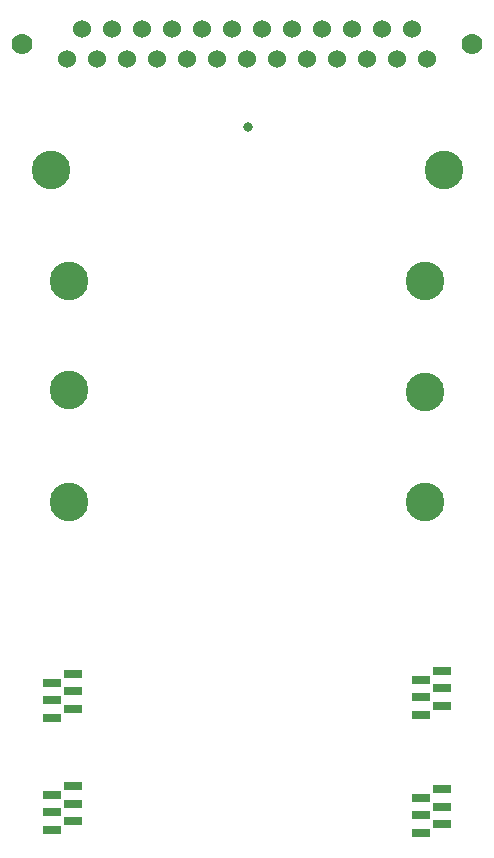
<source format=gbr>
%TF.GenerationSoftware,KiCad,Pcbnew,(6.0.11-0)*%
%TF.CreationDate,2024-08-02T08:23:09-07:00*%
%TF.ProjectId,TcBox_6x4,5463426f-785f-4367-9834-2e6b69636164,v1.0*%
%TF.SameCoordinates,Original*%
%TF.FileFunction,Soldermask,Top*%
%TF.FilePolarity,Negative*%
%FSLAX46Y46*%
G04 Gerber Fmt 4.6, Leading zero omitted, Abs format (unit mm)*
G04 Created by KiCad (PCBNEW (6.0.11-0)) date 2024-08-02 08:23:09*
%MOMM*%
%LPD*%
G01*
G04 APERTURE LIST*
%ADD10R,1.500000X0.750000*%
%ADD11C,3.263900*%
%ADD12C,0.800000*%
%ADD13C,1.778000*%
%ADD14C,1.524000*%
G04 APERTURE END LIST*
D10*
%TO.C,J3*%
X135875000Y-116000000D03*
X135875000Y-117500000D03*
X135875000Y-119000000D03*
X134125000Y-116750000D03*
X134125000Y-118250000D03*
X134125000Y-119750000D03*
%TD*%
D11*
%TO.C,H3*%
X135543540Y-82520760D03*
%TD*%
D10*
%TO.C,J5*%
X165375000Y-110000000D03*
X165375000Y-108500000D03*
X165375000Y-107000000D03*
X167125000Y-109250000D03*
X167125000Y-107750000D03*
X167125000Y-106250000D03*
%TD*%
D11*
%TO.C,H6*%
X165695860Y-73268520D03*
%TD*%
D10*
%TO.C,J2*%
X135875000Y-106500000D03*
X135875000Y-108000000D03*
X135875000Y-109500000D03*
X134125000Y-107250000D03*
X134125000Y-108750000D03*
X134125000Y-110250000D03*
%TD*%
D11*
%TO.C,H5*%
X167304180Y-63856180D03*
%TD*%
D10*
%TO.C,J4*%
X165375000Y-120000000D03*
X165375000Y-118500000D03*
X165375000Y-117000000D03*
X167125000Y-119250000D03*
X167125000Y-117750000D03*
X167125000Y-116250000D03*
%TD*%
D11*
%TO.C,H7*%
X165695860Y-82643900D03*
%TD*%
%TO.C,H2*%
X135525760Y-73238280D03*
%TD*%
D12*
%TO.C,R1*%
X150750000Y-60250000D03*
%TD*%
D11*
%TO.C,H4*%
X135544180Y-91936180D03*
%TD*%
%TO.C,H8*%
X165704180Y-91936180D03*
%TD*%
%TO.C,H1*%
X134004180Y-63856180D03*
%TD*%
D13*
%TO.C,J1*%
X131604180Y-53206180D03*
X169704180Y-53206180D03*
D14*
X135414180Y-54476180D03*
X137954180Y-54476180D03*
X140494180Y-54476180D03*
X143034180Y-54476180D03*
X145574180Y-54476180D03*
X148114180Y-54476180D03*
X150654180Y-54476180D03*
X153194180Y-54476180D03*
X155734180Y-54476180D03*
X158274180Y-54476180D03*
X160814180Y-54476180D03*
X163354180Y-54476180D03*
X165894180Y-54476180D03*
X136684180Y-51936180D03*
X139224180Y-51936180D03*
X141764180Y-51936180D03*
X144304180Y-51936180D03*
X146844180Y-51936180D03*
X149384180Y-51936180D03*
X151924180Y-51936180D03*
X154464180Y-51936180D03*
X157004180Y-51936180D03*
X159544180Y-51936180D03*
X162084180Y-51936180D03*
X164624180Y-51936180D03*
%TD*%
M02*

</source>
